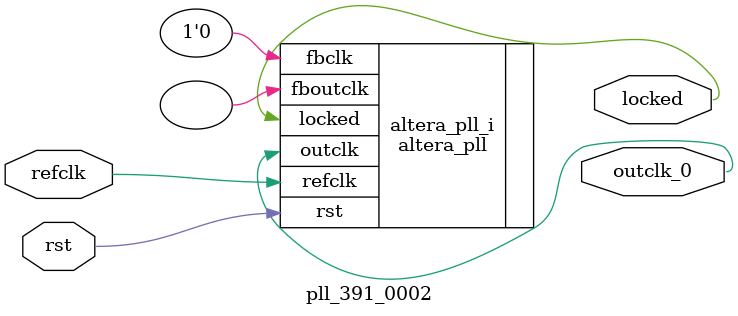
<source format=v>
`timescale 1ns/10ps
module  pll_391_0002(

	// interface 'refclk'
	input wire refclk,

	// interface 'reset'
	input wire rst,

	// interface 'outclk0'
	output wire outclk_0,

	// interface 'locked'
	output wire locked
);

	altera_pll #(
		.fractional_vco_multiplier("false"),
		.reference_clock_frequency("50.0 MHz"),
		.operation_mode("direct"),
		.number_of_clocks(1),
		.output_clock_frequency0("12.000000 MHz"),
		.phase_shift0("0 ps"),
		.duty_cycle0(50),
		.output_clock_frequency1("0 MHz"),
		.phase_shift1("0 ps"),
		.duty_cycle1(50),
		.output_clock_frequency2("0 MHz"),
		.phase_shift2("0 ps"),
		.duty_cycle2(50),
		.output_clock_frequency3("0 MHz"),
		.phase_shift3("0 ps"),
		.duty_cycle3(50),
		.output_clock_frequency4("0 MHz"),
		.phase_shift4("0 ps"),
		.duty_cycle4(50),
		.output_clock_frequency5("0 MHz"),
		.phase_shift5("0 ps"),
		.duty_cycle5(50),
		.output_clock_frequency6("0 MHz"),
		.phase_shift6("0 ps"),
		.duty_cycle6(50),
		.output_clock_frequency7("0 MHz"),
		.phase_shift7("0 ps"),
		.duty_cycle7(50),
		.output_clock_frequency8("0 MHz"),
		.phase_shift8("0 ps"),
		.duty_cycle8(50),
		.output_clock_frequency9("0 MHz"),
		.phase_shift9("0 ps"),
		.duty_cycle9(50),
		.output_clock_frequency10("0 MHz"),
		.phase_shift10("0 ps"),
		.duty_cycle10(50),
		.output_clock_frequency11("0 MHz"),
		.phase_shift11("0 ps"),
		.duty_cycle11(50),
		.output_clock_frequency12("0 MHz"),
		.phase_shift12("0 ps"),
		.duty_cycle12(50),
		.output_clock_frequency13("0 MHz"),
		.phase_shift13("0 ps"),
		.duty_cycle13(50),
		.output_clock_frequency14("0 MHz"),
		.phase_shift14("0 ps"),
		.duty_cycle14(50),
		.output_clock_frequency15("0 MHz"),
		.phase_shift15("0 ps"),
		.duty_cycle15(50),
		.output_clock_frequency16("0 MHz"),
		.phase_shift16("0 ps"),
		.duty_cycle16(50),
		.output_clock_frequency17("0 MHz"),
		.phase_shift17("0 ps"),
		.duty_cycle17(50),
		.pll_type("General"),
		.pll_subtype("General")
	) altera_pll_i (
		.rst	(rst),
		.outclk	({outclk_0}),
		.locked	(locked),
		.fboutclk	( ),
		.fbclk	(1'b0),
		.refclk	(refclk)
	);
endmodule


</source>
